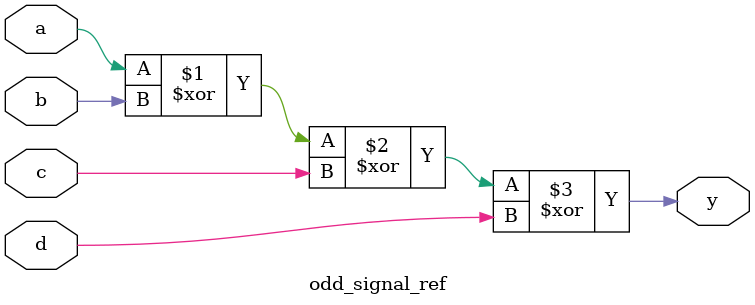
<source format=v>
module odd_signal_ref (
    input wire a,  
    input wire b, 
    input wire c, 
    input wire d,
    output wire y
);
    
    assign y = a ^ b ^ c ^ d;
    
endmodule

</source>
